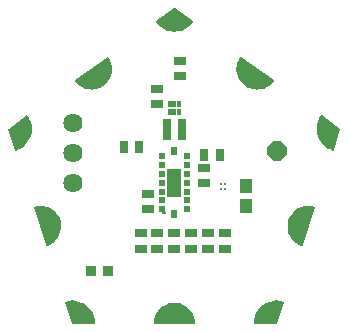
<source format=gbr>
G04 EAGLE Gerber RS-274X export*
G75*
%MOMM*%
%FSLAX34Y34*%
%LPD*%
%INSoldermask Top*%
%IPPOS*%
%AMOC8*
5,1,8,0,0,1.08239X$1,22.5*%
G01*
%ADD10R,1.001600X0.801600*%
%ADD11R,1.101600X1.201600*%
%ADD12R,0.901600X0.901600*%
%ADD13P,1.759533X8X22.500000*%
%ADD14C,1.625600*%
%ADD15R,0.301600X0.201600*%
%ADD16R,0.616600X0.601600*%
%ADD17R,0.601600X0.636600*%
%ADD18R,1.301600X2.417600*%
%ADD19R,0.801600X1.001600*%
%ADD20C,0.309600*%
%ADD21R,0.381600X0.631600*%
%ADD22C,0.901600*%

G36*
X72022Y79012D02*
X72022Y79012D01*
X72055Y79020D01*
X72104Y79021D01*
X74857Y79574D01*
X74889Y79587D01*
X74936Y79597D01*
X77561Y80594D01*
X77590Y80613D01*
X77635Y80630D01*
X80060Y82046D01*
X80086Y82069D01*
X80127Y82093D01*
X82286Y83889D01*
X82308Y83917D01*
X82345Y83947D01*
X84178Y86074D01*
X84192Y86099D01*
X84213Y86120D01*
X84241Y86186D01*
X84275Y86247D01*
X84279Y86277D01*
X84290Y86303D01*
X84289Y86374D01*
X84297Y86445D01*
X84289Y86473D01*
X84289Y86502D01*
X84261Y86568D01*
X84240Y86636D01*
X84222Y86658D01*
X84210Y86685D01*
X84140Y86756D01*
X84134Y86764D01*
X84123Y86779D01*
X84120Y86781D01*
X84113Y86789D01*
X84103Y86794D01*
X84094Y86804D01*
X56594Y106804D01*
X56567Y106816D01*
X56545Y106835D01*
X56477Y106857D01*
X56413Y106886D01*
X56384Y106887D01*
X56356Y106896D01*
X56285Y106890D01*
X56214Y106892D01*
X56187Y106881D01*
X56158Y106879D01*
X56095Y106845D01*
X56029Y106819D01*
X56008Y106799D01*
X55982Y106785D01*
X55935Y106731D01*
X55928Y106726D01*
X55920Y106714D01*
X55917Y106710D01*
X55887Y106680D01*
X55882Y106670D01*
X55873Y106659D01*
X54415Y104260D01*
X54403Y104227D01*
X54378Y104186D01*
X53335Y101579D01*
X53333Y101569D01*
X53331Y101566D01*
X53326Y101540D01*
X53310Y101500D01*
X52710Y98757D01*
X52710Y98722D01*
X52699Y98675D01*
X52559Y95871D01*
X52564Y95837D01*
X52561Y95789D01*
X52884Y92999D01*
X52895Y92966D01*
X52900Y92918D01*
X53678Y90220D01*
X53692Y90194D01*
X53692Y90193D01*
X53693Y90192D01*
X53694Y90189D01*
X53707Y90143D01*
X54919Y87610D01*
X54939Y87582D01*
X54960Y87539D01*
X56572Y85239D01*
X56597Y85215D01*
X56624Y85176D01*
X58593Y83173D01*
X58621Y83153D01*
X58655Y83119D01*
X60926Y81467D01*
X60957Y81453D01*
X60996Y81425D01*
X63508Y80169D01*
X63542Y80160D01*
X63585Y80139D01*
X66269Y79314D01*
X66304Y79311D01*
X66350Y79296D01*
X69133Y78925D01*
X69167Y78927D01*
X69215Y78920D01*
X72022Y79012D01*
G37*
G36*
X-69181Y78926D02*
X-69181Y78926D01*
X-69133Y78925D01*
X-66350Y79296D01*
X-66317Y79308D01*
X-66269Y79314D01*
X-63585Y80139D01*
X-63554Y80155D01*
X-63508Y80169D01*
X-60996Y81425D01*
X-60969Y81446D01*
X-60926Y81467D01*
X-58655Y83119D01*
X-58632Y83145D01*
X-58593Y83173D01*
X-56624Y85176D01*
X-56606Y85205D01*
X-56572Y85239D01*
X-54960Y87539D01*
X-54946Y87570D01*
X-54919Y87610D01*
X-53707Y90143D01*
X-53699Y90177D01*
X-53678Y90220D01*
X-52900Y92918D01*
X-52898Y92953D01*
X-52884Y92999D01*
X-52561Y95789D01*
X-52564Y95823D01*
X-52559Y95871D01*
X-52699Y98675D01*
X-52708Y98709D01*
X-52710Y98757D01*
X-53310Y101500D01*
X-53324Y101532D01*
X-53335Y101579D01*
X-54378Y104186D01*
X-54397Y104215D01*
X-54415Y104260D01*
X-55873Y106659D01*
X-55893Y106681D01*
X-55906Y106707D01*
X-55946Y106741D01*
X-55952Y106749D01*
X-55962Y106755D01*
X-56008Y106805D01*
X-56035Y106817D01*
X-56057Y106836D01*
X-56125Y106858D01*
X-56190Y106887D01*
X-56219Y106888D01*
X-56247Y106896D01*
X-56317Y106890D01*
X-56389Y106891D01*
X-56416Y106881D01*
X-56445Y106878D01*
X-56523Y106839D01*
X-56524Y106839D01*
X-56525Y106838D01*
X-56534Y106834D01*
X-56573Y106818D01*
X-56581Y106810D01*
X-56594Y106804D01*
X-84094Y86804D01*
X-84113Y86782D01*
X-84138Y86767D01*
X-84146Y86756D01*
X-84148Y86754D01*
X-84180Y86710D01*
X-84228Y86657D01*
X-84238Y86630D01*
X-84255Y86606D01*
X-84271Y86537D01*
X-84294Y86470D01*
X-84293Y86441D01*
X-84299Y86412D01*
X-84287Y86342D01*
X-84282Y86271D01*
X-84269Y86245D01*
X-84264Y86216D01*
X-84213Y86131D01*
X-84194Y86093D01*
X-84185Y86086D01*
X-84178Y86074D01*
X-82345Y83947D01*
X-82317Y83926D01*
X-82286Y83889D01*
X-80127Y82093D01*
X-80097Y82077D01*
X-80060Y82046D01*
X-77635Y80630D01*
X-77602Y80619D01*
X-77561Y80594D01*
X-74936Y79597D01*
X-74902Y79591D01*
X-74857Y79574D01*
X-72104Y79021D01*
X-72069Y79022D01*
X-72022Y79012D01*
X-69215Y78920D01*
X-69181Y78926D01*
G37*
G36*
X17029Y-119693D02*
X17029Y-119693D01*
X17058Y-119696D01*
X17125Y-119674D01*
X17195Y-119660D01*
X17219Y-119643D01*
X17247Y-119634D01*
X17300Y-119587D01*
X17359Y-119547D01*
X17375Y-119523D01*
X17397Y-119503D01*
X17428Y-119439D01*
X17466Y-119380D01*
X17471Y-119351D01*
X17483Y-119325D01*
X17492Y-119225D01*
X17499Y-119183D01*
X17496Y-119173D01*
X17498Y-119159D01*
X17266Y-116361D01*
X17256Y-116327D01*
X17252Y-116279D01*
X16563Y-113558D01*
X16548Y-113526D01*
X16536Y-113480D01*
X15408Y-110908D01*
X15388Y-110880D01*
X15369Y-110836D01*
X13833Y-108485D01*
X13809Y-108461D01*
X13783Y-108420D01*
X11881Y-106355D01*
X11853Y-106334D01*
X11820Y-106299D01*
X9605Y-104574D01*
X9574Y-104559D01*
X9536Y-104529D01*
X7066Y-103193D01*
X7033Y-103183D01*
X6991Y-103160D01*
X4351Y-102253D01*
X4335Y-102248D01*
X4301Y-102244D01*
X4255Y-102228D01*
X1486Y-101766D01*
X1451Y-101767D01*
X1404Y-101759D01*
X-1404Y-101759D01*
X-1438Y-101766D01*
X-1486Y-101766D01*
X-4255Y-102228D01*
X-4288Y-102240D01*
X-4335Y-102248D01*
X-6991Y-103160D01*
X-7021Y-103177D01*
X-7066Y-103193D01*
X-9536Y-104529D01*
X-9562Y-104551D01*
X-9605Y-104574D01*
X-11820Y-106299D01*
X-11843Y-106325D01*
X-11881Y-106355D01*
X-13783Y-108420D01*
X-13801Y-108450D01*
X-13833Y-108485D01*
X-15369Y-110836D01*
X-15382Y-110868D01*
X-15408Y-110908D01*
X-16536Y-113480D01*
X-16543Y-113513D01*
X-16546Y-113520D01*
X-16552Y-113529D01*
X-16553Y-113535D01*
X-16563Y-113558D01*
X-17252Y-116279D01*
X-17254Y-116314D01*
X-17266Y-116361D01*
X-17498Y-119159D01*
X-17494Y-119188D01*
X-17499Y-119217D01*
X-17483Y-119286D01*
X-17474Y-119356D01*
X-17460Y-119382D01*
X-17453Y-119410D01*
X-17411Y-119467D01*
X-17376Y-119529D01*
X-17352Y-119547D01*
X-17335Y-119570D01*
X-17274Y-119606D01*
X-17217Y-119649D01*
X-17189Y-119657D01*
X-17164Y-119672D01*
X-17066Y-119688D01*
X-17025Y-119699D01*
X-17014Y-119697D01*
X-17000Y-119699D01*
X17000Y-119699D01*
X17029Y-119693D01*
G37*
G36*
X108131Y-53493D02*
X108131Y-53493D01*
X108160Y-53496D01*
X108227Y-53473D01*
X108297Y-53459D01*
X108321Y-53442D01*
X108348Y-53433D01*
X108402Y-53386D01*
X108460Y-53346D01*
X108476Y-53321D01*
X108498Y-53302D01*
X108544Y-53214D01*
X108567Y-53178D01*
X108568Y-53167D01*
X108575Y-53154D01*
X119075Y-20854D01*
X119078Y-20825D01*
X119089Y-20798D01*
X119089Y-20727D01*
X119097Y-20657D01*
X119089Y-20629D01*
X119089Y-20600D01*
X119061Y-20534D01*
X119041Y-20466D01*
X119023Y-20444D01*
X119011Y-20417D01*
X118960Y-20367D01*
X118915Y-20312D01*
X118889Y-20299D01*
X118868Y-20279D01*
X118776Y-20240D01*
X118739Y-20220D01*
X118727Y-20219D01*
X118715Y-20214D01*
X115985Y-19570D01*
X115950Y-19569D01*
X115903Y-19558D01*
X113105Y-19372D01*
X113070Y-19377D01*
X113022Y-19374D01*
X110231Y-19651D01*
X110198Y-19661D01*
X110150Y-19666D01*
X107443Y-20399D01*
X107412Y-20414D01*
X107365Y-20427D01*
X104816Y-21596D01*
X104788Y-21616D01*
X104744Y-21636D01*
X102421Y-23208D01*
X102397Y-23233D01*
X102357Y-23260D01*
X100325Y-25193D01*
X100305Y-25221D01*
X100270Y-25255D01*
X98584Y-27496D01*
X98569Y-27527D01*
X98540Y-27566D01*
X97246Y-30054D01*
X97236Y-30087D01*
X97214Y-30130D01*
X96347Y-32797D01*
X96343Y-32832D01*
X96328Y-32878D01*
X95912Y-35651D01*
X95913Y-35686D01*
X95906Y-35733D01*
X95952Y-38538D01*
X95953Y-38540D01*
X95960Y-38572D01*
X95960Y-38620D01*
X96467Y-41378D01*
X96480Y-41411D01*
X96489Y-41458D01*
X97443Y-44095D01*
X97461Y-44125D01*
X97477Y-44170D01*
X98852Y-46615D01*
X98875Y-46641D01*
X98899Y-46683D01*
X100657Y-48868D01*
X100684Y-48890D01*
X100714Y-48928D01*
X102809Y-50793D01*
X102838Y-50811D01*
X102874Y-50843D01*
X105247Y-52338D01*
X105280Y-52350D01*
X105320Y-52376D01*
X107907Y-53460D01*
X107936Y-53466D01*
X107961Y-53480D01*
X108032Y-53485D01*
X108102Y-53499D01*
X108131Y-53493D01*
G37*
G36*
X-108098Y-53494D02*
X-108098Y-53494D01*
X-108069Y-53498D01*
X-107972Y-53476D01*
X-107930Y-53469D01*
X-107920Y-53464D01*
X-107907Y-53460D01*
X-105320Y-52376D01*
X-105292Y-52357D01*
X-105247Y-52338D01*
X-102874Y-50843D01*
X-102849Y-50819D01*
X-102809Y-50793D01*
X-100714Y-48928D01*
X-100693Y-48900D01*
X-100657Y-48868D01*
X-98899Y-46683D01*
X-98883Y-46652D01*
X-98852Y-46615D01*
X-97477Y-44170D01*
X-97467Y-44137D01*
X-97443Y-44095D01*
X-96489Y-41458D01*
X-96484Y-41424D01*
X-96467Y-41378D01*
X-95960Y-38620D01*
X-95961Y-38585D01*
X-95952Y-38538D01*
X-95906Y-35733D01*
X-95913Y-35699D01*
X-95912Y-35651D01*
X-96328Y-32878D01*
X-96340Y-32845D01*
X-96347Y-32797D01*
X-97214Y-30130D01*
X-97231Y-30100D01*
X-97246Y-30054D01*
X-98540Y-27566D01*
X-98562Y-27539D01*
X-98584Y-27496D01*
X-100270Y-25255D01*
X-100296Y-25232D01*
X-100325Y-25193D01*
X-102357Y-23260D01*
X-102387Y-23242D01*
X-102421Y-23208D01*
X-104744Y-21636D01*
X-104776Y-21623D01*
X-104816Y-21596D01*
X-107365Y-20427D01*
X-107399Y-20419D01*
X-107443Y-20399D01*
X-110150Y-19666D01*
X-110185Y-19664D01*
X-110231Y-19651D01*
X-113022Y-19374D01*
X-113057Y-19377D01*
X-113105Y-19372D01*
X-115903Y-19558D01*
X-115937Y-19567D01*
X-115985Y-19570D01*
X-118715Y-20214D01*
X-118741Y-20226D01*
X-118770Y-20231D01*
X-118831Y-20268D01*
X-118895Y-20297D01*
X-118915Y-20319D01*
X-118940Y-20334D01*
X-118981Y-20392D01*
X-119029Y-20445D01*
X-119039Y-20472D01*
X-119056Y-20496D01*
X-119071Y-20565D01*
X-119095Y-20632D01*
X-119093Y-20661D01*
X-119099Y-20690D01*
X-119085Y-20788D01*
X-119082Y-20831D01*
X-119077Y-20841D01*
X-119075Y-20854D01*
X-108575Y-53154D01*
X-108560Y-53180D01*
X-108554Y-53208D01*
X-108512Y-53266D01*
X-108477Y-53327D01*
X-108454Y-53345D01*
X-108437Y-53369D01*
X-108376Y-53405D01*
X-108319Y-53449D01*
X-108291Y-53456D01*
X-108266Y-53471D01*
X-108196Y-53481D01*
X-108127Y-53499D01*
X-108098Y-53494D01*
G37*
G36*
X-67572Y-119694D02*
X-67572Y-119694D01*
X-67545Y-119696D01*
X-67476Y-119674D01*
X-67405Y-119660D01*
X-67382Y-119644D01*
X-67355Y-119635D01*
X-67301Y-119588D01*
X-67241Y-119547D01*
X-67226Y-119523D01*
X-67205Y-119505D01*
X-67173Y-119440D01*
X-67134Y-119380D01*
X-67129Y-119352D01*
X-67117Y-119327D01*
X-67108Y-119225D01*
X-67101Y-119183D01*
X-67103Y-119174D01*
X-67102Y-119161D01*
X-67336Y-116185D01*
X-67345Y-116153D01*
X-67348Y-116107D01*
X-68044Y-113204D01*
X-68058Y-113174D01*
X-68068Y-113130D01*
X-69210Y-110371D01*
X-69229Y-110344D01*
X-69246Y-110302D01*
X-70805Y-107756D01*
X-70828Y-107731D01*
X-70851Y-107692D01*
X-72789Y-105422D01*
X-72816Y-105401D01*
X-72845Y-105366D01*
X-75114Y-103427D01*
X-75144Y-103411D01*
X-75178Y-103381D01*
X-77723Y-101820D01*
X-77754Y-101809D01*
X-77793Y-101785D01*
X-80551Y-100642D01*
X-80583Y-100635D01*
X-80625Y-100617D01*
X-83528Y-99920D01*
X-83561Y-99919D01*
X-83605Y-99908D01*
X-86581Y-99673D01*
X-86614Y-99677D01*
X-86660Y-99673D01*
X-89636Y-99906D01*
X-89668Y-99915D01*
X-89713Y-99918D01*
X-92616Y-100615D01*
X-92642Y-100627D01*
X-92670Y-100631D01*
X-92732Y-100668D01*
X-92797Y-100698D01*
X-92816Y-100720D01*
X-92840Y-100734D01*
X-92882Y-100793D01*
X-92930Y-100846D01*
X-92939Y-100873D01*
X-92956Y-100896D01*
X-92971Y-100966D01*
X-92995Y-101034D01*
X-92993Y-101062D01*
X-92999Y-101090D01*
X-92984Y-101190D01*
X-92981Y-101232D01*
X-92977Y-101242D01*
X-92975Y-101255D01*
X-87075Y-119355D01*
X-87060Y-119381D01*
X-87053Y-119410D01*
X-87011Y-119467D01*
X-86977Y-119528D01*
X-86953Y-119546D01*
X-86935Y-119570D01*
X-86875Y-119606D01*
X-86819Y-119649D01*
X-86790Y-119656D01*
X-86764Y-119672D01*
X-86668Y-119688D01*
X-86626Y-119699D01*
X-86615Y-119697D01*
X-86600Y-119699D01*
X-67600Y-119699D01*
X-67572Y-119694D01*
G37*
G36*
X86629Y-119693D02*
X86629Y-119693D01*
X86659Y-119696D01*
X86726Y-119674D01*
X86795Y-119660D01*
X86820Y-119643D01*
X86848Y-119633D01*
X86901Y-119587D01*
X86959Y-119547D01*
X86975Y-119522D01*
X86997Y-119502D01*
X87043Y-119416D01*
X87066Y-119380D01*
X87068Y-119368D01*
X87075Y-119355D01*
X92975Y-101255D01*
X92978Y-101227D01*
X92989Y-101200D01*
X92989Y-101128D01*
X92997Y-101057D01*
X92989Y-101030D01*
X92989Y-101001D01*
X92962Y-100935D01*
X92941Y-100866D01*
X92923Y-100844D01*
X92912Y-100818D01*
X92861Y-100768D01*
X92815Y-100713D01*
X92790Y-100700D01*
X92770Y-100680D01*
X92676Y-100640D01*
X92639Y-100620D01*
X92628Y-100620D01*
X92616Y-100615D01*
X89713Y-99918D01*
X89680Y-99917D01*
X89636Y-99906D01*
X86660Y-99673D01*
X86627Y-99677D01*
X86581Y-99673D01*
X83605Y-99908D01*
X83573Y-99917D01*
X83528Y-99920D01*
X80625Y-100617D01*
X80595Y-100631D01*
X80551Y-100642D01*
X77838Y-101766D01*
X77793Y-101785D01*
X77765Y-101803D01*
X77723Y-101820D01*
X75178Y-103381D01*
X75154Y-103403D01*
X75114Y-103427D01*
X72845Y-105366D01*
X72824Y-105392D01*
X72789Y-105422D01*
X70851Y-107692D01*
X70835Y-107721D01*
X70805Y-107756D01*
X69246Y-110302D01*
X69234Y-110333D01*
X69210Y-110371D01*
X68068Y-113130D01*
X68062Y-113162D01*
X68044Y-113204D01*
X67348Y-116107D01*
X67347Y-116140D01*
X67336Y-116185D01*
X67102Y-119161D01*
X67106Y-119189D01*
X67101Y-119217D01*
X67118Y-119287D01*
X67127Y-119358D01*
X67141Y-119383D01*
X67147Y-119410D01*
X67190Y-119468D01*
X67226Y-119531D01*
X67248Y-119548D01*
X67265Y-119570D01*
X67327Y-119607D01*
X67385Y-119650D01*
X67412Y-119657D01*
X67436Y-119672D01*
X67537Y-119689D01*
X67577Y-119699D01*
X67588Y-119697D01*
X67600Y-119699D01*
X86600Y-119699D01*
X86629Y-119693D01*
G37*
G36*
X3017Y128090D02*
X3017Y128090D01*
X3049Y128099D01*
X3094Y128102D01*
X5999Y128800D01*
X6029Y128814D01*
X6073Y128824D01*
X8833Y129967D01*
X8861Y129985D01*
X8903Y130002D01*
X11450Y131563D01*
X11474Y131586D01*
X11513Y131609D01*
X13784Y133549D01*
X13805Y133575D01*
X13840Y133604D01*
X15780Y135876D01*
X15794Y135901D01*
X15814Y135922D01*
X15842Y135987D01*
X15876Y136050D01*
X15879Y136079D01*
X15890Y136105D01*
X15890Y136177D01*
X15897Y136247D01*
X15889Y136275D01*
X15888Y136304D01*
X15860Y136370D01*
X15839Y136438D01*
X15820Y136460D01*
X15809Y136487D01*
X15739Y136558D01*
X15712Y136590D01*
X15702Y136595D01*
X15692Y136605D01*
X292Y147705D01*
X266Y147717D01*
X245Y147735D01*
X176Y147757D01*
X111Y147787D01*
X82Y147787D01*
X55Y147796D01*
X-16Y147790D01*
X-88Y147791D01*
X-114Y147781D01*
X-143Y147778D01*
X-234Y147734D01*
X-273Y147718D01*
X-280Y147711D01*
X-292Y147705D01*
X-15692Y136605D01*
X-15712Y136584D01*
X-15737Y136569D01*
X-15779Y136511D01*
X-15827Y136459D01*
X-15837Y136432D01*
X-15854Y136408D01*
X-15870Y136339D01*
X-15894Y136272D01*
X-15892Y136243D01*
X-15899Y136214D01*
X-15887Y136144D01*
X-15883Y136073D01*
X-15870Y136047D01*
X-15865Y136019D01*
X-15814Y135933D01*
X-15795Y135895D01*
X-15787Y135888D01*
X-15780Y135876D01*
X-13840Y133604D01*
X-13814Y133584D01*
X-13784Y133549D01*
X-11513Y131609D01*
X-11484Y131593D01*
X-11450Y131563D01*
X-8903Y130002D01*
X-8872Y129991D01*
X-8833Y129967D01*
X-6073Y128824D01*
X-6041Y128817D01*
X-5999Y128800D01*
X-3094Y128102D01*
X-3061Y128101D01*
X-3017Y128090D01*
X-39Y127856D01*
X-6Y127860D01*
X39Y127856D01*
X3017Y128090D01*
G37*
G36*
X134332Y27007D02*
X134332Y27007D01*
X134361Y27004D01*
X134429Y27027D01*
X134499Y27042D01*
X134522Y27058D01*
X134550Y27068D01*
X134603Y27115D01*
X134662Y27156D01*
X134677Y27180D01*
X134699Y27199D01*
X134745Y27289D01*
X134767Y27325D01*
X134769Y27335D01*
X134775Y27347D01*
X140575Y45347D01*
X140578Y45375D01*
X140590Y45402D01*
X140589Y45473D01*
X140597Y45545D01*
X140589Y45572D01*
X140589Y45601D01*
X140561Y45667D01*
X140540Y45735D01*
X140522Y45757D01*
X140511Y45784D01*
X140441Y45856D01*
X140414Y45888D01*
X140404Y45893D01*
X140395Y45903D01*
X125095Y57103D01*
X125068Y57115D01*
X125046Y57134D01*
X124979Y57156D01*
X124914Y57186D01*
X124885Y57187D01*
X124857Y57196D01*
X124787Y57190D01*
X124716Y57192D01*
X124688Y57182D01*
X124659Y57179D01*
X124596Y57146D01*
X124530Y57120D01*
X124509Y57100D01*
X124484Y57086D01*
X124418Y57011D01*
X124388Y56981D01*
X124383Y56971D01*
X124374Y56961D01*
X122819Y54421D01*
X122808Y54390D01*
X122784Y54351D01*
X121645Y51599D01*
X121639Y51567D01*
X121621Y51525D01*
X120927Y48629D01*
X120926Y48596D01*
X120915Y48552D01*
X120682Y45583D01*
X120686Y45550D01*
X120682Y45504D01*
X120917Y42536D01*
X120926Y42504D01*
X120929Y42458D01*
X121626Y39563D01*
X121640Y39533D01*
X121650Y39489D01*
X122790Y36738D01*
X122809Y36710D01*
X122826Y36668D01*
X124383Y34129D01*
X124406Y34105D01*
X124429Y34066D01*
X126364Y31802D01*
X126390Y31782D01*
X126419Y31747D01*
X128685Y29814D01*
X128714Y29798D01*
X128748Y29768D01*
X131288Y28213D01*
X131319Y28201D01*
X131357Y28177D01*
X134109Y27039D01*
X134137Y27033D01*
X134163Y27020D01*
X134234Y27014D01*
X134304Y27001D01*
X134332Y27007D01*
G37*
G36*
X-134300Y27006D02*
X-134300Y27006D01*
X-134271Y27002D01*
X-134173Y27024D01*
X-134131Y27030D01*
X-134122Y27036D01*
X-134109Y27039D01*
X-131357Y28177D01*
X-131330Y28196D01*
X-131288Y28213D01*
X-128748Y29768D01*
X-128724Y29790D01*
X-128685Y29814D01*
X-126419Y31747D01*
X-126399Y31773D01*
X-126364Y31802D01*
X-124429Y34066D01*
X-124413Y34095D01*
X-124383Y34129D01*
X-122826Y36668D01*
X-122815Y36699D01*
X-122790Y36738D01*
X-121650Y39489D01*
X-121643Y39521D01*
X-121626Y39563D01*
X-120929Y42458D01*
X-120928Y42492D01*
X-120917Y42536D01*
X-120682Y45504D01*
X-120686Y45537D01*
X-120682Y45583D01*
X-120915Y48552D01*
X-120924Y48584D01*
X-120927Y48629D01*
X-121621Y51525D01*
X-121635Y51555D01*
X-121645Y51599D01*
X-122784Y54351D01*
X-122802Y54379D01*
X-122819Y54421D01*
X-124374Y56961D01*
X-124394Y56982D01*
X-124407Y57008D01*
X-124461Y57054D01*
X-124510Y57106D01*
X-124536Y57118D01*
X-124559Y57137D01*
X-124626Y57158D01*
X-124691Y57187D01*
X-124720Y57188D01*
X-124748Y57197D01*
X-124819Y57190D01*
X-124890Y57191D01*
X-124917Y57180D01*
X-124946Y57177D01*
X-125035Y57133D01*
X-125075Y57117D01*
X-125083Y57109D01*
X-125095Y57103D01*
X-140395Y45903D01*
X-140414Y45882D01*
X-140439Y45867D01*
X-140481Y45809D01*
X-140529Y45756D01*
X-140538Y45729D01*
X-140555Y45705D01*
X-140571Y45636D01*
X-140595Y45568D01*
X-140593Y45540D01*
X-140599Y45512D01*
X-140585Y45412D01*
X-140582Y45370D01*
X-140577Y45360D01*
X-140575Y45347D01*
X-134775Y27347D01*
X-134761Y27322D01*
X-134755Y27294D01*
X-134713Y27236D01*
X-134678Y27174D01*
X-134655Y27156D01*
X-134638Y27133D01*
X-134577Y27096D01*
X-134520Y27052D01*
X-134493Y27045D01*
X-134468Y27030D01*
X-134397Y27020D01*
X-134328Y27002D01*
X-134300Y27006D01*
G37*
D10*
X25400Y-150D03*
X25400Y12850D03*
X42863Y-55713D03*
X42863Y-42713D03*
D11*
X60325Y-2613D03*
X60325Y-19613D03*
D12*
X-56000Y-74613D03*
X-71000Y-74613D03*
D13*
X87313Y26988D03*
D14*
X-85725Y50800D03*
X-85725Y25400D03*
X-85725Y0D03*
D10*
X0Y-42713D03*
X0Y-55713D03*
X14288Y-42713D03*
X14288Y-55713D03*
X-14288Y-42713D03*
X-14288Y-55713D03*
X28575Y-42713D03*
X28575Y-55713D03*
D15*
X-9000Y-25500D03*
D16*
X-10580Y-22500D03*
X-10580Y-15000D03*
X-10580Y-7500D03*
X-10580Y0D03*
X-10580Y7500D03*
X-10580Y15000D03*
X-10580Y22500D03*
D17*
X0Y-26680D03*
D18*
X0Y0D03*
D17*
X0Y26680D03*
D16*
X10580Y-22500D03*
X10580Y-15000D03*
X10580Y-7500D03*
X10580Y0D03*
X10580Y7500D03*
X10580Y15000D03*
X10580Y22500D03*
D10*
X-28575Y-42713D03*
X-28575Y-55713D03*
D19*
X25250Y23813D03*
X38250Y23813D03*
X-6500Y49213D03*
X6500Y49213D03*
D10*
X-14288Y66525D03*
X-14288Y79525D03*
D20*
X39275Y-1175D03*
X43275Y-1175D03*
X39275Y-5175D03*
X43275Y-5175D03*
D21*
X-4000Y60100D03*
X0Y60100D03*
X4000Y60100D03*
X4000Y66900D03*
X0Y66900D03*
X-4000Y66900D03*
D19*
X-43013Y30163D03*
X-30013Y30163D03*
D10*
X-22225Y-9375D03*
X-22225Y-22375D03*
D19*
X-6500Y41275D03*
X6500Y41275D03*
D10*
X4763Y103338D03*
X4763Y90338D03*
D22*
X0Y140500D03*
X133600Y43400D03*
X82600Y-113700D03*
X-82600Y-113700D03*
X-133600Y43400D03*
X66800Y92000D03*
X108100Y-35100D03*
X0Y-113700D03*
X-108100Y-35100D03*
X-66800Y92000D03*
M02*

</source>
